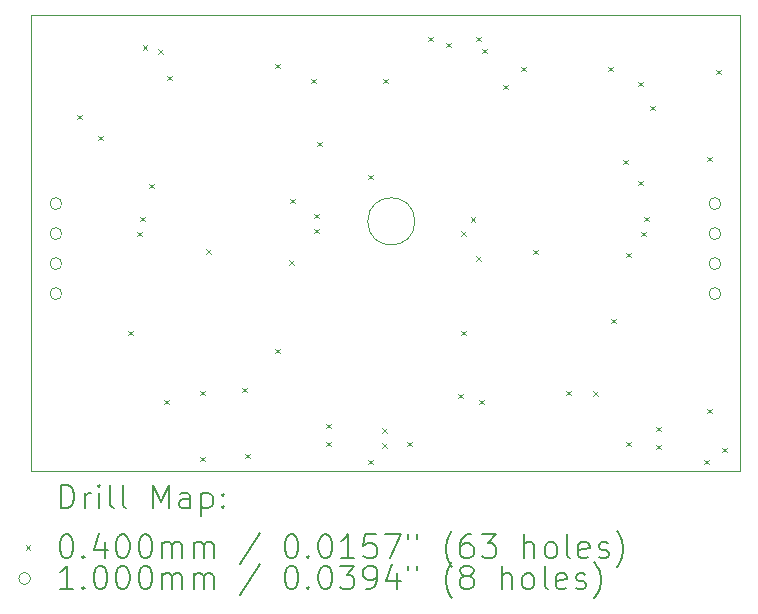
<source format=gbr>
%TF.GenerationSoftware,KiCad,Pcbnew,(6.0.7)*%
%TF.CreationDate,2024-10-25T16:04:52-07:00*%
%TF.ProjectId,segment_blinky,7365676d-656e-4745-9f62-6c696e6b792e,rev?*%
%TF.SameCoordinates,Original*%
%TF.FileFunction,Drillmap*%
%TF.FilePolarity,Positive*%
%FSLAX45Y45*%
G04 Gerber Fmt 4.5, Leading zero omitted, Abs format (unit mm)*
G04 Created by KiCad (PCBNEW (6.0.7)) date 2024-10-25 16:04:52*
%MOMM*%
%LPD*%
G01*
G04 APERTURE LIST*
%ADD10C,0.100000*%
%ADD11C,0.200000*%
%ADD12C,0.040000*%
G04 APERTURE END LIST*
D10*
X9800000Y-5000000D02*
X15800000Y-5000000D01*
X15800000Y-5000000D02*
X15800000Y-8864600D01*
X15800000Y-8864600D02*
X9800000Y-8864600D01*
X9800000Y-8864600D02*
X9800000Y-5000000D01*
X13050000Y-6750000D02*
G75*
G03*
X13050000Y-6750000I-200000J0D01*
G01*
D11*
D12*
X10190800Y-5847400D02*
X10230800Y-5887400D01*
X10230800Y-5847400D02*
X10190800Y-5887400D01*
X10368600Y-6025200D02*
X10408600Y-6065200D01*
X10408600Y-6025200D02*
X10368600Y-6065200D01*
X10622600Y-7676200D02*
X10662600Y-7716200D01*
X10662600Y-7676200D02*
X10622600Y-7716200D01*
X10698800Y-6838000D02*
X10738800Y-6878000D01*
X10738800Y-6838000D02*
X10698800Y-6878000D01*
X10724200Y-6711000D02*
X10764200Y-6751000D01*
X10764200Y-6711000D02*
X10724200Y-6751000D01*
X10745355Y-5259450D02*
X10785355Y-5299450D01*
X10785355Y-5259450D02*
X10745355Y-5299450D01*
X10800400Y-6431600D02*
X10840400Y-6471600D01*
X10840400Y-6431600D02*
X10800400Y-6471600D01*
X10876170Y-5289030D02*
X10916170Y-5329030D01*
X10916170Y-5289030D02*
X10876170Y-5329030D01*
X10927400Y-8260400D02*
X10967400Y-8300400D01*
X10967400Y-8260400D02*
X10927400Y-8300400D01*
X10952800Y-5517200D02*
X10992800Y-5557200D01*
X10992800Y-5517200D02*
X10952800Y-5557200D01*
X11232200Y-8184200D02*
X11272200Y-8224200D01*
X11272200Y-8184200D02*
X11232200Y-8224200D01*
X11232200Y-8743000D02*
X11272200Y-8783000D01*
X11272200Y-8743000D02*
X11232200Y-8783000D01*
X11279610Y-6987010D02*
X11319610Y-7027010D01*
X11319610Y-6987010D02*
X11279610Y-7027010D01*
X11587800Y-8158800D02*
X11627800Y-8198800D01*
X11627800Y-8158800D02*
X11587800Y-8198800D01*
X11613200Y-8717600D02*
X11653200Y-8757600D01*
X11653200Y-8717600D02*
X11613200Y-8757600D01*
X11867200Y-5415600D02*
X11907200Y-5455600D01*
X11907200Y-5415600D02*
X11867200Y-5455600D01*
X11867200Y-7828600D02*
X11907200Y-7868600D01*
X11907200Y-7828600D02*
X11867200Y-7868600D01*
X11985580Y-7075220D02*
X12025580Y-7115220D01*
X12025580Y-7075220D02*
X11985580Y-7115220D01*
X11994200Y-6558600D02*
X12034200Y-6598600D01*
X12034200Y-6558600D02*
X11994200Y-6598600D01*
X12172000Y-5542600D02*
X12212000Y-5582600D01*
X12212000Y-5542600D02*
X12172000Y-5582600D01*
X12197400Y-6685600D02*
X12237400Y-6725600D01*
X12237400Y-6685600D02*
X12197400Y-6725600D01*
X12197400Y-6812600D02*
X12237400Y-6852600D01*
X12237400Y-6812600D02*
X12197400Y-6852600D01*
X12222800Y-6076000D02*
X12262800Y-6116000D01*
X12262800Y-6076000D02*
X12222800Y-6116000D01*
X12299000Y-8463600D02*
X12339000Y-8503600D01*
X12339000Y-8463600D02*
X12299000Y-8503600D01*
X12299000Y-8616000D02*
X12339000Y-8656000D01*
X12339000Y-8616000D02*
X12299000Y-8656000D01*
X12654600Y-6355400D02*
X12694600Y-6395400D01*
X12694600Y-6355400D02*
X12654600Y-6395400D01*
X12654600Y-8768400D02*
X12694600Y-8808400D01*
X12694600Y-8768400D02*
X12654600Y-8808400D01*
X12772462Y-8499148D02*
X12812462Y-8539148D01*
X12812462Y-8499148D02*
X12772462Y-8539148D01*
X12773304Y-8629997D02*
X12813304Y-8669997D01*
X12813304Y-8629997D02*
X12773304Y-8669997D01*
X12781600Y-5542600D02*
X12821600Y-5582600D01*
X12821600Y-5542600D02*
X12781600Y-5582600D01*
X12984800Y-8616000D02*
X13024800Y-8656000D01*
X13024800Y-8616000D02*
X12984800Y-8656000D01*
X13162600Y-5187000D02*
X13202600Y-5227000D01*
X13202600Y-5187000D02*
X13162600Y-5227000D01*
X13315000Y-5237800D02*
X13355000Y-5277800D01*
X13355000Y-5237800D02*
X13315000Y-5277800D01*
X13416600Y-8209600D02*
X13456600Y-8249600D01*
X13456600Y-8209600D02*
X13416600Y-8249600D01*
X13442000Y-6834858D02*
X13482000Y-6874858D01*
X13482000Y-6834858D02*
X13442000Y-6874858D01*
X13442000Y-7676200D02*
X13482000Y-7716200D01*
X13482000Y-7676200D02*
X13442000Y-7716200D01*
X13521337Y-6711172D02*
X13561337Y-6751172D01*
X13561337Y-6711172D02*
X13521337Y-6751172D01*
X13567610Y-7042590D02*
X13607610Y-7082590D01*
X13607610Y-7042590D02*
X13567610Y-7082590D01*
X13569000Y-5187000D02*
X13609000Y-5227000D01*
X13609000Y-5187000D02*
X13569000Y-5227000D01*
X13594400Y-8260400D02*
X13634400Y-8300400D01*
X13634400Y-8260400D02*
X13594400Y-8300400D01*
X13619800Y-5288600D02*
X13659800Y-5328600D01*
X13659800Y-5288600D02*
X13619800Y-5328600D01*
X13797600Y-5593400D02*
X13837600Y-5633400D01*
X13837600Y-5593400D02*
X13797600Y-5633400D01*
X13950000Y-5441000D02*
X13990000Y-5481000D01*
X13990000Y-5441000D02*
X13950000Y-5481000D01*
X14051600Y-6990400D02*
X14091600Y-7030400D01*
X14091600Y-6990400D02*
X14051600Y-7030400D01*
X14331000Y-8184200D02*
X14371000Y-8224200D01*
X14371000Y-8184200D02*
X14331000Y-8224200D01*
X14557914Y-8185886D02*
X14597914Y-8225886D01*
X14597914Y-8185886D02*
X14557914Y-8225886D01*
X14684495Y-5438895D02*
X14724495Y-5478895D01*
X14724495Y-5438895D02*
X14684495Y-5478895D01*
X14712000Y-7574600D02*
X14752000Y-7614600D01*
X14752000Y-7574600D02*
X14712000Y-7614600D01*
X14813600Y-6228400D02*
X14853600Y-6268400D01*
X14853600Y-6228400D02*
X14813600Y-6268400D01*
X14839000Y-7015800D02*
X14879000Y-7055800D01*
X14879000Y-7015800D02*
X14839000Y-7055800D01*
X14839000Y-8616000D02*
X14879000Y-8656000D01*
X14879000Y-8616000D02*
X14839000Y-8656000D01*
X14940600Y-5568000D02*
X14980600Y-5608000D01*
X14980600Y-5568000D02*
X14940600Y-5608000D01*
X14940600Y-6406200D02*
X14980600Y-6446200D01*
X14980600Y-6406200D02*
X14940600Y-6446200D01*
X14966000Y-6838000D02*
X15006000Y-6878000D01*
X15006000Y-6838000D02*
X14966000Y-6878000D01*
X14991400Y-6711000D02*
X15031400Y-6751000D01*
X15031400Y-6711000D02*
X14991400Y-6751000D01*
X15042200Y-5771200D02*
X15082200Y-5811200D01*
X15082200Y-5771200D02*
X15042200Y-5811200D01*
X15093000Y-8489000D02*
X15133000Y-8529000D01*
X15133000Y-8489000D02*
X15093000Y-8529000D01*
X15093000Y-8641400D02*
X15133000Y-8681400D01*
X15133000Y-8641400D02*
X15093000Y-8681400D01*
X15499400Y-8768400D02*
X15539400Y-8808400D01*
X15539400Y-8768400D02*
X15499400Y-8808400D01*
X15524800Y-6203000D02*
X15564800Y-6243000D01*
X15564800Y-6203000D02*
X15524800Y-6243000D01*
X15524800Y-8336600D02*
X15564800Y-8376600D01*
X15564800Y-8336600D02*
X15524800Y-8376600D01*
X15601000Y-5466400D02*
X15641000Y-5506400D01*
X15641000Y-5466400D02*
X15601000Y-5506400D01*
X15651800Y-8666800D02*
X15691800Y-8706800D01*
X15691800Y-8666800D02*
X15651800Y-8706800D01*
D10*
X10060000Y-6600000D02*
G75*
G03*
X10060000Y-6600000I-50000J0D01*
G01*
X10060000Y-6854000D02*
G75*
G03*
X10060000Y-6854000I-50000J0D01*
G01*
X10060000Y-7108000D02*
G75*
G03*
X10060000Y-7108000I-50000J0D01*
G01*
X10060000Y-7362000D02*
G75*
G03*
X10060000Y-7362000I-50000J0D01*
G01*
X15640000Y-6600000D02*
G75*
G03*
X15640000Y-6600000I-50000J0D01*
G01*
X15640000Y-6854000D02*
G75*
G03*
X15640000Y-6854000I-50000J0D01*
G01*
X15640000Y-7108000D02*
G75*
G03*
X15640000Y-7108000I-50000J0D01*
G01*
X15640000Y-7362000D02*
G75*
G03*
X15640000Y-7362000I-50000J0D01*
G01*
D11*
X10052619Y-9180076D02*
X10052619Y-8980076D01*
X10100238Y-8980076D01*
X10128810Y-8989600D01*
X10147857Y-9008648D01*
X10157381Y-9027695D01*
X10166905Y-9065790D01*
X10166905Y-9094362D01*
X10157381Y-9132457D01*
X10147857Y-9151505D01*
X10128810Y-9170552D01*
X10100238Y-9180076D01*
X10052619Y-9180076D01*
X10252619Y-9180076D02*
X10252619Y-9046743D01*
X10252619Y-9084838D02*
X10262143Y-9065790D01*
X10271667Y-9056267D01*
X10290714Y-9046743D01*
X10309762Y-9046743D01*
X10376429Y-9180076D02*
X10376429Y-9046743D01*
X10376429Y-8980076D02*
X10366905Y-8989600D01*
X10376429Y-8999124D01*
X10385952Y-8989600D01*
X10376429Y-8980076D01*
X10376429Y-8999124D01*
X10500238Y-9180076D02*
X10481190Y-9170552D01*
X10471667Y-9151505D01*
X10471667Y-8980076D01*
X10605000Y-9180076D02*
X10585952Y-9170552D01*
X10576429Y-9151505D01*
X10576429Y-8980076D01*
X10833571Y-9180076D02*
X10833571Y-8980076D01*
X10900238Y-9122933D01*
X10966905Y-8980076D01*
X10966905Y-9180076D01*
X11147857Y-9180076D02*
X11147857Y-9075314D01*
X11138333Y-9056267D01*
X11119286Y-9046743D01*
X11081190Y-9046743D01*
X11062143Y-9056267D01*
X11147857Y-9170552D02*
X11128810Y-9180076D01*
X11081190Y-9180076D01*
X11062143Y-9170552D01*
X11052619Y-9151505D01*
X11052619Y-9132457D01*
X11062143Y-9113410D01*
X11081190Y-9103886D01*
X11128810Y-9103886D01*
X11147857Y-9094362D01*
X11243095Y-9046743D02*
X11243095Y-9246743D01*
X11243095Y-9056267D02*
X11262143Y-9046743D01*
X11300238Y-9046743D01*
X11319286Y-9056267D01*
X11328809Y-9065790D01*
X11338333Y-9084838D01*
X11338333Y-9141981D01*
X11328809Y-9161029D01*
X11319286Y-9170552D01*
X11300238Y-9180076D01*
X11262143Y-9180076D01*
X11243095Y-9170552D01*
X11424048Y-9161029D02*
X11433571Y-9170552D01*
X11424048Y-9180076D01*
X11414524Y-9170552D01*
X11424048Y-9161029D01*
X11424048Y-9180076D01*
X11424048Y-9056267D02*
X11433571Y-9065790D01*
X11424048Y-9075314D01*
X11414524Y-9065790D01*
X11424048Y-9056267D01*
X11424048Y-9075314D01*
D12*
X9755000Y-9489600D02*
X9795000Y-9529600D01*
X9795000Y-9489600D02*
X9755000Y-9529600D01*
D11*
X10090714Y-9400076D02*
X10109762Y-9400076D01*
X10128810Y-9409600D01*
X10138333Y-9419124D01*
X10147857Y-9438171D01*
X10157381Y-9476267D01*
X10157381Y-9523886D01*
X10147857Y-9561981D01*
X10138333Y-9581029D01*
X10128810Y-9590552D01*
X10109762Y-9600076D01*
X10090714Y-9600076D01*
X10071667Y-9590552D01*
X10062143Y-9581029D01*
X10052619Y-9561981D01*
X10043095Y-9523886D01*
X10043095Y-9476267D01*
X10052619Y-9438171D01*
X10062143Y-9419124D01*
X10071667Y-9409600D01*
X10090714Y-9400076D01*
X10243095Y-9581029D02*
X10252619Y-9590552D01*
X10243095Y-9600076D01*
X10233571Y-9590552D01*
X10243095Y-9581029D01*
X10243095Y-9600076D01*
X10424048Y-9466743D02*
X10424048Y-9600076D01*
X10376429Y-9390552D02*
X10328810Y-9533410D01*
X10452619Y-9533410D01*
X10566905Y-9400076D02*
X10585952Y-9400076D01*
X10605000Y-9409600D01*
X10614524Y-9419124D01*
X10624048Y-9438171D01*
X10633571Y-9476267D01*
X10633571Y-9523886D01*
X10624048Y-9561981D01*
X10614524Y-9581029D01*
X10605000Y-9590552D01*
X10585952Y-9600076D01*
X10566905Y-9600076D01*
X10547857Y-9590552D01*
X10538333Y-9581029D01*
X10528810Y-9561981D01*
X10519286Y-9523886D01*
X10519286Y-9476267D01*
X10528810Y-9438171D01*
X10538333Y-9419124D01*
X10547857Y-9409600D01*
X10566905Y-9400076D01*
X10757381Y-9400076D02*
X10776429Y-9400076D01*
X10795476Y-9409600D01*
X10805000Y-9419124D01*
X10814524Y-9438171D01*
X10824048Y-9476267D01*
X10824048Y-9523886D01*
X10814524Y-9561981D01*
X10805000Y-9581029D01*
X10795476Y-9590552D01*
X10776429Y-9600076D01*
X10757381Y-9600076D01*
X10738333Y-9590552D01*
X10728810Y-9581029D01*
X10719286Y-9561981D01*
X10709762Y-9523886D01*
X10709762Y-9476267D01*
X10719286Y-9438171D01*
X10728810Y-9419124D01*
X10738333Y-9409600D01*
X10757381Y-9400076D01*
X10909762Y-9600076D02*
X10909762Y-9466743D01*
X10909762Y-9485790D02*
X10919286Y-9476267D01*
X10938333Y-9466743D01*
X10966905Y-9466743D01*
X10985952Y-9476267D01*
X10995476Y-9495314D01*
X10995476Y-9600076D01*
X10995476Y-9495314D02*
X11005000Y-9476267D01*
X11024048Y-9466743D01*
X11052619Y-9466743D01*
X11071667Y-9476267D01*
X11081190Y-9495314D01*
X11081190Y-9600076D01*
X11176429Y-9600076D02*
X11176429Y-9466743D01*
X11176429Y-9485790D02*
X11185952Y-9476267D01*
X11205000Y-9466743D01*
X11233571Y-9466743D01*
X11252619Y-9476267D01*
X11262143Y-9495314D01*
X11262143Y-9600076D01*
X11262143Y-9495314D02*
X11271667Y-9476267D01*
X11290714Y-9466743D01*
X11319286Y-9466743D01*
X11338333Y-9476267D01*
X11347857Y-9495314D01*
X11347857Y-9600076D01*
X11738333Y-9390552D02*
X11566905Y-9647695D01*
X11995476Y-9400076D02*
X12014524Y-9400076D01*
X12033571Y-9409600D01*
X12043095Y-9419124D01*
X12052619Y-9438171D01*
X12062143Y-9476267D01*
X12062143Y-9523886D01*
X12052619Y-9561981D01*
X12043095Y-9581029D01*
X12033571Y-9590552D01*
X12014524Y-9600076D01*
X11995476Y-9600076D01*
X11976428Y-9590552D01*
X11966905Y-9581029D01*
X11957381Y-9561981D01*
X11947857Y-9523886D01*
X11947857Y-9476267D01*
X11957381Y-9438171D01*
X11966905Y-9419124D01*
X11976428Y-9409600D01*
X11995476Y-9400076D01*
X12147857Y-9581029D02*
X12157381Y-9590552D01*
X12147857Y-9600076D01*
X12138333Y-9590552D01*
X12147857Y-9581029D01*
X12147857Y-9600076D01*
X12281190Y-9400076D02*
X12300238Y-9400076D01*
X12319286Y-9409600D01*
X12328809Y-9419124D01*
X12338333Y-9438171D01*
X12347857Y-9476267D01*
X12347857Y-9523886D01*
X12338333Y-9561981D01*
X12328809Y-9581029D01*
X12319286Y-9590552D01*
X12300238Y-9600076D01*
X12281190Y-9600076D01*
X12262143Y-9590552D01*
X12252619Y-9581029D01*
X12243095Y-9561981D01*
X12233571Y-9523886D01*
X12233571Y-9476267D01*
X12243095Y-9438171D01*
X12252619Y-9419124D01*
X12262143Y-9409600D01*
X12281190Y-9400076D01*
X12538333Y-9600076D02*
X12424048Y-9600076D01*
X12481190Y-9600076D02*
X12481190Y-9400076D01*
X12462143Y-9428648D01*
X12443095Y-9447695D01*
X12424048Y-9457219D01*
X12719286Y-9400076D02*
X12624048Y-9400076D01*
X12614524Y-9495314D01*
X12624048Y-9485790D01*
X12643095Y-9476267D01*
X12690714Y-9476267D01*
X12709762Y-9485790D01*
X12719286Y-9495314D01*
X12728809Y-9514362D01*
X12728809Y-9561981D01*
X12719286Y-9581029D01*
X12709762Y-9590552D01*
X12690714Y-9600076D01*
X12643095Y-9600076D01*
X12624048Y-9590552D01*
X12614524Y-9581029D01*
X12795476Y-9400076D02*
X12928809Y-9400076D01*
X12843095Y-9600076D01*
X12995476Y-9400076D02*
X12995476Y-9438171D01*
X13071667Y-9400076D02*
X13071667Y-9438171D01*
X13366905Y-9676267D02*
X13357381Y-9666743D01*
X13338333Y-9638171D01*
X13328809Y-9619124D01*
X13319286Y-9590552D01*
X13309762Y-9542933D01*
X13309762Y-9504838D01*
X13319286Y-9457219D01*
X13328809Y-9428648D01*
X13338333Y-9409600D01*
X13357381Y-9381029D01*
X13366905Y-9371505D01*
X13528809Y-9400076D02*
X13490714Y-9400076D01*
X13471667Y-9409600D01*
X13462143Y-9419124D01*
X13443095Y-9447695D01*
X13433571Y-9485790D01*
X13433571Y-9561981D01*
X13443095Y-9581029D01*
X13452619Y-9590552D01*
X13471667Y-9600076D01*
X13509762Y-9600076D01*
X13528809Y-9590552D01*
X13538333Y-9581029D01*
X13547857Y-9561981D01*
X13547857Y-9514362D01*
X13538333Y-9495314D01*
X13528809Y-9485790D01*
X13509762Y-9476267D01*
X13471667Y-9476267D01*
X13452619Y-9485790D01*
X13443095Y-9495314D01*
X13433571Y-9514362D01*
X13614524Y-9400076D02*
X13738333Y-9400076D01*
X13671667Y-9476267D01*
X13700238Y-9476267D01*
X13719286Y-9485790D01*
X13728809Y-9495314D01*
X13738333Y-9514362D01*
X13738333Y-9561981D01*
X13728809Y-9581029D01*
X13719286Y-9590552D01*
X13700238Y-9600076D01*
X13643095Y-9600076D01*
X13624048Y-9590552D01*
X13614524Y-9581029D01*
X13976428Y-9600076D02*
X13976428Y-9400076D01*
X14062143Y-9600076D02*
X14062143Y-9495314D01*
X14052619Y-9476267D01*
X14033571Y-9466743D01*
X14005000Y-9466743D01*
X13985952Y-9476267D01*
X13976428Y-9485790D01*
X14185952Y-9600076D02*
X14166905Y-9590552D01*
X14157381Y-9581029D01*
X14147857Y-9561981D01*
X14147857Y-9504838D01*
X14157381Y-9485790D01*
X14166905Y-9476267D01*
X14185952Y-9466743D01*
X14214524Y-9466743D01*
X14233571Y-9476267D01*
X14243095Y-9485790D01*
X14252619Y-9504838D01*
X14252619Y-9561981D01*
X14243095Y-9581029D01*
X14233571Y-9590552D01*
X14214524Y-9600076D01*
X14185952Y-9600076D01*
X14366905Y-9600076D02*
X14347857Y-9590552D01*
X14338333Y-9571505D01*
X14338333Y-9400076D01*
X14519286Y-9590552D02*
X14500238Y-9600076D01*
X14462143Y-9600076D01*
X14443095Y-9590552D01*
X14433571Y-9571505D01*
X14433571Y-9495314D01*
X14443095Y-9476267D01*
X14462143Y-9466743D01*
X14500238Y-9466743D01*
X14519286Y-9476267D01*
X14528809Y-9495314D01*
X14528809Y-9514362D01*
X14433571Y-9533410D01*
X14605000Y-9590552D02*
X14624048Y-9600076D01*
X14662143Y-9600076D01*
X14681190Y-9590552D01*
X14690714Y-9571505D01*
X14690714Y-9561981D01*
X14681190Y-9542933D01*
X14662143Y-9533410D01*
X14633571Y-9533410D01*
X14614524Y-9523886D01*
X14605000Y-9504838D01*
X14605000Y-9495314D01*
X14614524Y-9476267D01*
X14633571Y-9466743D01*
X14662143Y-9466743D01*
X14681190Y-9476267D01*
X14757381Y-9676267D02*
X14766905Y-9666743D01*
X14785952Y-9638171D01*
X14795476Y-9619124D01*
X14805000Y-9590552D01*
X14814524Y-9542933D01*
X14814524Y-9504838D01*
X14805000Y-9457219D01*
X14795476Y-9428648D01*
X14785952Y-9409600D01*
X14766905Y-9381029D01*
X14757381Y-9371505D01*
D10*
X9795000Y-9773600D02*
G75*
G03*
X9795000Y-9773600I-50000J0D01*
G01*
D11*
X10157381Y-9864076D02*
X10043095Y-9864076D01*
X10100238Y-9864076D02*
X10100238Y-9664076D01*
X10081190Y-9692648D01*
X10062143Y-9711695D01*
X10043095Y-9721219D01*
X10243095Y-9845029D02*
X10252619Y-9854552D01*
X10243095Y-9864076D01*
X10233571Y-9854552D01*
X10243095Y-9845029D01*
X10243095Y-9864076D01*
X10376429Y-9664076D02*
X10395476Y-9664076D01*
X10414524Y-9673600D01*
X10424048Y-9683124D01*
X10433571Y-9702171D01*
X10443095Y-9740267D01*
X10443095Y-9787886D01*
X10433571Y-9825981D01*
X10424048Y-9845029D01*
X10414524Y-9854552D01*
X10395476Y-9864076D01*
X10376429Y-9864076D01*
X10357381Y-9854552D01*
X10347857Y-9845029D01*
X10338333Y-9825981D01*
X10328810Y-9787886D01*
X10328810Y-9740267D01*
X10338333Y-9702171D01*
X10347857Y-9683124D01*
X10357381Y-9673600D01*
X10376429Y-9664076D01*
X10566905Y-9664076D02*
X10585952Y-9664076D01*
X10605000Y-9673600D01*
X10614524Y-9683124D01*
X10624048Y-9702171D01*
X10633571Y-9740267D01*
X10633571Y-9787886D01*
X10624048Y-9825981D01*
X10614524Y-9845029D01*
X10605000Y-9854552D01*
X10585952Y-9864076D01*
X10566905Y-9864076D01*
X10547857Y-9854552D01*
X10538333Y-9845029D01*
X10528810Y-9825981D01*
X10519286Y-9787886D01*
X10519286Y-9740267D01*
X10528810Y-9702171D01*
X10538333Y-9683124D01*
X10547857Y-9673600D01*
X10566905Y-9664076D01*
X10757381Y-9664076D02*
X10776429Y-9664076D01*
X10795476Y-9673600D01*
X10805000Y-9683124D01*
X10814524Y-9702171D01*
X10824048Y-9740267D01*
X10824048Y-9787886D01*
X10814524Y-9825981D01*
X10805000Y-9845029D01*
X10795476Y-9854552D01*
X10776429Y-9864076D01*
X10757381Y-9864076D01*
X10738333Y-9854552D01*
X10728810Y-9845029D01*
X10719286Y-9825981D01*
X10709762Y-9787886D01*
X10709762Y-9740267D01*
X10719286Y-9702171D01*
X10728810Y-9683124D01*
X10738333Y-9673600D01*
X10757381Y-9664076D01*
X10909762Y-9864076D02*
X10909762Y-9730743D01*
X10909762Y-9749790D02*
X10919286Y-9740267D01*
X10938333Y-9730743D01*
X10966905Y-9730743D01*
X10985952Y-9740267D01*
X10995476Y-9759314D01*
X10995476Y-9864076D01*
X10995476Y-9759314D02*
X11005000Y-9740267D01*
X11024048Y-9730743D01*
X11052619Y-9730743D01*
X11071667Y-9740267D01*
X11081190Y-9759314D01*
X11081190Y-9864076D01*
X11176429Y-9864076D02*
X11176429Y-9730743D01*
X11176429Y-9749790D02*
X11185952Y-9740267D01*
X11205000Y-9730743D01*
X11233571Y-9730743D01*
X11252619Y-9740267D01*
X11262143Y-9759314D01*
X11262143Y-9864076D01*
X11262143Y-9759314D02*
X11271667Y-9740267D01*
X11290714Y-9730743D01*
X11319286Y-9730743D01*
X11338333Y-9740267D01*
X11347857Y-9759314D01*
X11347857Y-9864076D01*
X11738333Y-9654552D02*
X11566905Y-9911695D01*
X11995476Y-9664076D02*
X12014524Y-9664076D01*
X12033571Y-9673600D01*
X12043095Y-9683124D01*
X12052619Y-9702171D01*
X12062143Y-9740267D01*
X12062143Y-9787886D01*
X12052619Y-9825981D01*
X12043095Y-9845029D01*
X12033571Y-9854552D01*
X12014524Y-9864076D01*
X11995476Y-9864076D01*
X11976428Y-9854552D01*
X11966905Y-9845029D01*
X11957381Y-9825981D01*
X11947857Y-9787886D01*
X11947857Y-9740267D01*
X11957381Y-9702171D01*
X11966905Y-9683124D01*
X11976428Y-9673600D01*
X11995476Y-9664076D01*
X12147857Y-9845029D02*
X12157381Y-9854552D01*
X12147857Y-9864076D01*
X12138333Y-9854552D01*
X12147857Y-9845029D01*
X12147857Y-9864076D01*
X12281190Y-9664076D02*
X12300238Y-9664076D01*
X12319286Y-9673600D01*
X12328809Y-9683124D01*
X12338333Y-9702171D01*
X12347857Y-9740267D01*
X12347857Y-9787886D01*
X12338333Y-9825981D01*
X12328809Y-9845029D01*
X12319286Y-9854552D01*
X12300238Y-9864076D01*
X12281190Y-9864076D01*
X12262143Y-9854552D01*
X12252619Y-9845029D01*
X12243095Y-9825981D01*
X12233571Y-9787886D01*
X12233571Y-9740267D01*
X12243095Y-9702171D01*
X12252619Y-9683124D01*
X12262143Y-9673600D01*
X12281190Y-9664076D01*
X12414524Y-9664076D02*
X12538333Y-9664076D01*
X12471667Y-9740267D01*
X12500238Y-9740267D01*
X12519286Y-9749790D01*
X12528809Y-9759314D01*
X12538333Y-9778362D01*
X12538333Y-9825981D01*
X12528809Y-9845029D01*
X12519286Y-9854552D01*
X12500238Y-9864076D01*
X12443095Y-9864076D01*
X12424048Y-9854552D01*
X12414524Y-9845029D01*
X12633571Y-9864076D02*
X12671667Y-9864076D01*
X12690714Y-9854552D01*
X12700238Y-9845029D01*
X12719286Y-9816457D01*
X12728809Y-9778362D01*
X12728809Y-9702171D01*
X12719286Y-9683124D01*
X12709762Y-9673600D01*
X12690714Y-9664076D01*
X12652619Y-9664076D01*
X12633571Y-9673600D01*
X12624048Y-9683124D01*
X12614524Y-9702171D01*
X12614524Y-9749790D01*
X12624048Y-9768838D01*
X12633571Y-9778362D01*
X12652619Y-9787886D01*
X12690714Y-9787886D01*
X12709762Y-9778362D01*
X12719286Y-9768838D01*
X12728809Y-9749790D01*
X12900238Y-9730743D02*
X12900238Y-9864076D01*
X12852619Y-9654552D02*
X12805000Y-9797410D01*
X12928809Y-9797410D01*
X12995476Y-9664076D02*
X12995476Y-9702171D01*
X13071667Y-9664076D02*
X13071667Y-9702171D01*
X13366905Y-9940267D02*
X13357381Y-9930743D01*
X13338333Y-9902171D01*
X13328809Y-9883124D01*
X13319286Y-9854552D01*
X13309762Y-9806933D01*
X13309762Y-9768838D01*
X13319286Y-9721219D01*
X13328809Y-9692648D01*
X13338333Y-9673600D01*
X13357381Y-9645029D01*
X13366905Y-9635505D01*
X13471667Y-9749790D02*
X13452619Y-9740267D01*
X13443095Y-9730743D01*
X13433571Y-9711695D01*
X13433571Y-9702171D01*
X13443095Y-9683124D01*
X13452619Y-9673600D01*
X13471667Y-9664076D01*
X13509762Y-9664076D01*
X13528809Y-9673600D01*
X13538333Y-9683124D01*
X13547857Y-9702171D01*
X13547857Y-9711695D01*
X13538333Y-9730743D01*
X13528809Y-9740267D01*
X13509762Y-9749790D01*
X13471667Y-9749790D01*
X13452619Y-9759314D01*
X13443095Y-9768838D01*
X13433571Y-9787886D01*
X13433571Y-9825981D01*
X13443095Y-9845029D01*
X13452619Y-9854552D01*
X13471667Y-9864076D01*
X13509762Y-9864076D01*
X13528809Y-9854552D01*
X13538333Y-9845029D01*
X13547857Y-9825981D01*
X13547857Y-9787886D01*
X13538333Y-9768838D01*
X13528809Y-9759314D01*
X13509762Y-9749790D01*
X13785952Y-9864076D02*
X13785952Y-9664076D01*
X13871667Y-9864076D02*
X13871667Y-9759314D01*
X13862143Y-9740267D01*
X13843095Y-9730743D01*
X13814524Y-9730743D01*
X13795476Y-9740267D01*
X13785952Y-9749790D01*
X13995476Y-9864076D02*
X13976428Y-9854552D01*
X13966905Y-9845029D01*
X13957381Y-9825981D01*
X13957381Y-9768838D01*
X13966905Y-9749790D01*
X13976428Y-9740267D01*
X13995476Y-9730743D01*
X14024048Y-9730743D01*
X14043095Y-9740267D01*
X14052619Y-9749790D01*
X14062143Y-9768838D01*
X14062143Y-9825981D01*
X14052619Y-9845029D01*
X14043095Y-9854552D01*
X14024048Y-9864076D01*
X13995476Y-9864076D01*
X14176428Y-9864076D02*
X14157381Y-9854552D01*
X14147857Y-9835505D01*
X14147857Y-9664076D01*
X14328809Y-9854552D02*
X14309762Y-9864076D01*
X14271667Y-9864076D01*
X14252619Y-9854552D01*
X14243095Y-9835505D01*
X14243095Y-9759314D01*
X14252619Y-9740267D01*
X14271667Y-9730743D01*
X14309762Y-9730743D01*
X14328809Y-9740267D01*
X14338333Y-9759314D01*
X14338333Y-9778362D01*
X14243095Y-9797410D01*
X14414524Y-9854552D02*
X14433571Y-9864076D01*
X14471667Y-9864076D01*
X14490714Y-9854552D01*
X14500238Y-9835505D01*
X14500238Y-9825981D01*
X14490714Y-9806933D01*
X14471667Y-9797410D01*
X14443095Y-9797410D01*
X14424048Y-9787886D01*
X14414524Y-9768838D01*
X14414524Y-9759314D01*
X14424048Y-9740267D01*
X14443095Y-9730743D01*
X14471667Y-9730743D01*
X14490714Y-9740267D01*
X14566905Y-9940267D02*
X14576428Y-9930743D01*
X14595476Y-9902171D01*
X14605000Y-9883124D01*
X14614524Y-9854552D01*
X14624048Y-9806933D01*
X14624048Y-9768838D01*
X14614524Y-9721219D01*
X14605000Y-9692648D01*
X14595476Y-9673600D01*
X14576428Y-9645029D01*
X14566905Y-9635505D01*
M02*

</source>
